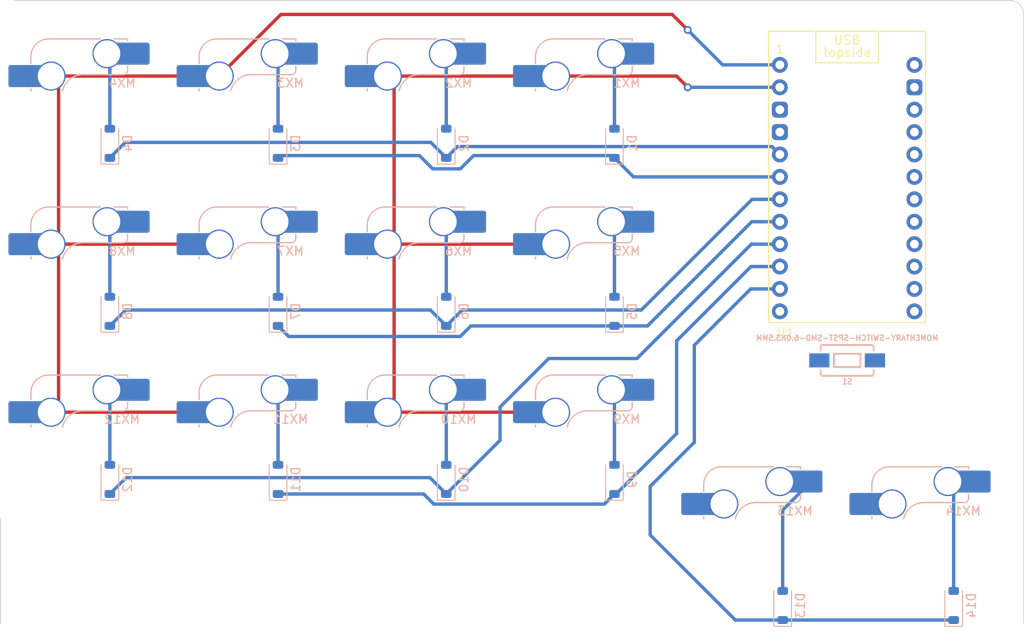
<source format=kicad_pcb>
(kicad_pcb (version 20221018) (generator pcbnew)
  (layers (0 "F.Cu" signal) (31 "B.Cu" signal) (34 "B.Paste" user) (35 "F.Paste" user) (36 "B.SilkS" user "B.Silkscreen") (37 "F.SilkS" user "F.Silkscreen") (38 "B.Mask" user) (39 "F.Mask" user) (44 "Edge.Cuts" user))
  (net 0 "")
  (net 1 "ROW0")
  (net 2 "Net-(D1-A)")
  (net 3 "ROW1")
  (net 4 "Net-(D2-A)")
  (net 5 "Net-(D3-A)")
  (net 6 "Net-(D4-A)")
  (net 7 "ROW2")
  (net 8 "Net-(D5-A)")
  (net 9 "ROW3")
  (net 10 "Net-(D6-A)")
  (net 11 "Net-(D7-A)")
  (net 12 "Net-(D8-A)")
  (net 13 "ROW4")
  (net 14 "Net-(D9-A)")
  (net 15 "ROW5")
  (net 16 "Net-(D10-A)")
  (net 17 "Net-(D11-A)")
  (net 18 "Net-(D12-A)")
  (net 19 "ROW6")
  (net 20 "Net-(D13-A)")
  (net 21 "Net-(D14-A)")
  (net 22 "GND")
  (net 23 "COL0")
  (net 24 "COL1")
  (net 25 "Net-(U1-RST)")
  (footprint "marbastlib-xp-promicroish:ProMicro_USBup" (layer "F.Cu") (at 194.31 83.185)
    (fp_text reference "U1" (at -7 16.4 unlocked) (layer "F.SilkS"))
    (fp_text value "ProMicro")
    (fp_text user "1" (at -7.62 -15.17) (layer "F.SilkS") (effects (justify bottom)))
    (fp_text user "USB" (at 0 -16.2 unlocked) (layer "F.SilkS") (effects (justify bottom)))
    (fp_text user "topside" (at 0 -14.8 unlocked) (layer "F.SilkS") (effects (justify bottom)))
    (pad "1" thru_hole circle (at -7.62 -13.97) (size 1.8 1.8) (drill 1) (layers "*.Cu" "B.Mask") (net 24 "COL1"))
    (pad "2" thru_hole circle (at -7.62 -11.43) (size 1.8 1.8) (drill 1) (layers "*.Cu" "B.Mask") (net 23 "COL0"))
    (pad "3" thru_hole roundrect (at -7.62 -8.89) (size 1.8 1.8) (drill 1) (layers "*.Cu" "B.Mask") (net 22 "GND"))
    (pad "4" thru_hole roundrect (at -7.62 -6.35) (size 1.8 1.8) (drill 1) (layers "*.Cu" "B.Mask") (net 22 "GND"))
    (pad "5" thru_hole circle (at -7.62 -3.81) (size 1.8 1.8) (drill 1) (layers "*.Cu" "B.Mask") (net 3 "ROW1"))
    (pad "6" thru_hole circle (at -7.62 -1.27) (size 1.8 1.8) (drill 1) (layers "*.Cu" "B.Mask") (net 1 "ROW0"))
    (pad "7" thru_hole circle (at -7.62 1.27) (size 1.8 1.8) (drill 1) (layers "*.Cu" "B.Mask") (net 9 "ROW3"))
    (pad "8" thru_hole circle (at -7.62 3.81) (size 1.8 1.8) (drill 1) (layers "*.Cu" "B.Mask") (net 7 "ROW2"))
    (pad "9" thru_hole circle (at -7.62 6.35) (size 1.8 1.8) (drill 1) (layers "*.Cu" "B.Mask") (net 15 "ROW5"))
    (pad "10" thru_hole circle (at -7.62 8.89) (size 1.8 1.8) (drill 1) (layers "*.Cu" "B.Mask") (net 13 "ROW4"))
    (pad "11" thru_hole circle (at -7.62 11.43) (size 1.8 1.8) (drill 1) (layers "*.Cu" "B.Mask") (net 19 "ROW6"))
    (pad "12" thru_hole circle (at -7.62 13.97) (size 1.8 1.8) (drill 1) (layers "*.Cu" "B.Mask"))
    (pad "13" thru_hole circle (at 7.62 -13.97) (size 1.8 1.8) (drill 1) (layers "*.Cu" "B.Mask"))
    (pad "14" thru_hole roundrect (at 7.62 -11.43) (size 1.8 1.8) (drill 1) (layers "*.Cu" "B.Mask") (net 22 "GND"))
    (pad "15" thru_hole circle (at 7.62 -8.89) (size 1.8 1.8) (drill 1) (layers "*.Cu" "B.Mask") (net 25 "Net-(U1-RST)"))
    (pad "16" thru_hole circle (at 7.62 -6.35) (size 1.8 1.8) (drill 1) (layers "*.Cu" "B.Mask"))
    (pad "17" thru_hole circle (at 7.62 -3.81) (size 1.8 1.8) (drill 1) (layers "*.Cu" "B.Mask"))
    (pad "18" thru_hole circle (at 7.62 -1.27) (size 1.8 1.8) (drill 1) (layers "*.Cu" "B.Mask"))
    (pad "19" thru_hole circle (at 7.62 1.27) (size 1.8 1.8) (drill 1) (layers "*.Cu" "B.Mask"))
    (pad "20" thru_hole circle (at 7.62 3.81) (size 1.8 1.8) (drill 1) (layers "*.Cu" "B.Mask"))
    (pad "21" thru_hole circle (at 7.62 6.35) (size 1.8 1.8) (drill 1) (layers "*.Cu" "B.Mask"))
    (pad "22" thru_hole circle (at 7.62 8.89) (size 1.8 1.8) (drill 1) (layers "*.Cu" "B.Mask"))
    (pad "23" thru_hole circle (at 7.62 11.43) (size 1.8 1.8) (drill 1) (layers "*.Cu" "B.Mask"))
    (pad "24" thru_hole circle (at 7.62 13.97) (size 1.8 1.8) (drill 1) (layers "*.Cu" "B.Mask"))
  )
  (footprint "marbastlib-mx:SW_MX_HS_1u" (layer "B.Cu") (at 107.95 73.025 180)
    (fp_text reference "MX4" (at -4.25 1.75) (layer "B.SilkS") (effects (justify mirror)))
    (fp_text value "MX_SW_HS" hide)
    (pad "" np_thru_hole circle (at -5.08 0 180) (size 1.75 1.75) (drill 1.75) (layers "*.Cu" "*.Mask"))
    (pad "" np_thru_hole circle (at 0 0 180) (size 3.9878 3.9878) (drill 3.9878) (layers "*.Cu" "*.Mask"))
    (pad "" np_thru_hole circle (at 5.08 0 180) (size 1.75 1.75) (drill 1.75) (layers "*.Cu" "*.Mask"))
    (pad "1" thru_hole circle (at 3.81 2.54 180) (size 3.3 3.3) (drill 3) (layers "*.Cu" "*.Mask") (net 24 "COL1"))
    (pad "1" smd rect (at 5.635 2.54) (size 1.65 2.5) (layers "B.Cu") (net 24 "COL1"))
    (pad "1" smd roundrect (at 7.36 2.54 180) (size 2.55 2.5) (layers "B.Cu" "B.Paste" "B.Mask") (roundrect_rratio 0.1) (net 24 "COL1"))
    (pad "2" smd roundrect (at -6.09 5.08 180) (size 2.55 2.5) (layers "B.Cu" "B.Paste" "B.Mask") (roundrect_rratio 0.1) (net 6 "Net-(D4-A)"))
    (pad "2" smd rect (at -4.34 5.08 180) (size 1.65 2.5) (layers "B.Cu") (net 6 "Net-(D4-A)"))
    (pad "2" thru_hole circle (at -2.54 5.08 180) (size 3.3 3.3) (drill 3) (layers "*.Cu" "*.Mask") (net 6 "Net-(D4-A)"))
  )
  (footprint "Diode_SMD:D_SOD-123" (layer "B.Cu") (at 148.9075 78.105 90)
    (fp_text reference "D2" (at 0 2 90) (layer "B.SilkS") (effects (justify mirror)))
    (fp_text value "1N4148W")
    (pad "1" smd roundrect (at -1.65 0 90) (size 0.9 1.2) (layers "B.Cu" "B.Paste" "B.Mask") (net 3 "ROW1"))
    (pad "2" smd roundrect (at 1.65 0 90) (size 0.9 1.2) (layers "B.Cu" "B.Paste" "B.Mask") (net 4 "Net-(D2-A)"))
  )
  (footprint "marbastlib-mx:SW_MX_HS_1u" (layer "B.Cu") (at 107.95 111.125 180)
    (fp_text reference "MX12" (at -4.25 1.75) (layer "B.SilkS") (effects (justify mirror)))
    (fp_text value "MX_SW_HS" hide)
    (pad "" np_thru_hole circle (at -5.08 0 180) (size 1.75 1.75) (drill 1.75) (layers "*.Cu" "*.Mask"))
    (pad "" np_thru_hole circle (at 0 0 180) (size 3.9878 3.9878) (drill 3.9878) (layers "*.Cu" "*.Mask"))
    (pad "" np_thru_hole circle (at 5.08 0 180) (size 1.75 1.75) (drill 1.75) (layers "*.Cu" "*.Mask"))
    (pad "1" thru_hole circle (at 3.81 2.54 180) (size 3.3 3.3) (drill 3) (layers "*.Cu" "*.Mask") (net 24 "COL1"))
    (pad "1" smd rect (at 5.635 2.54) (size 1.65 2.5) (layers "B.Cu") (net 24 "COL1"))
    (pad "1" smd roundrect (at 7.36 2.54 180) (size 2.55 2.5) (layers "B.Cu" "B.Paste" "B.Mask") (roundrect_rratio 0.1) (net 24 "COL1"))
    (pad "2" smd roundrect (at -6.09 5.08 180) (size 2.55 2.5) (layers "B.Cu" "B.Paste" "B.Mask") (roundrect_rratio 0.1) (net 18 "Net-(D12-A)"))
    (pad "2" smd rect (at -4.34 5.08 180) (size 1.65 2.5) (layers "B.Cu") (net 18 "Net-(D12-A)"))
    (pad "2" thru_hole circle (at -2.54 5.08 180) (size 3.3 3.3) (drill 3) (layers "*.Cu" "*.Mask") (net 18 "Net-(D12-A)"))
  )
  (footprint "marbastlib-mx:SW_MX_HS_1u" (layer "B.Cu") (at 127 92.075 180)
    (fp_text reference "MX7" (at -4.25 1.75) (layer "B.SilkS") (effects (justify mirror)))
    (fp_text value "MX_SW_HS" hide)
    (pad "" np_thru_hole circle (at -5.08 0 180) (size 1.75 1.75) (drill 1.75) (layers "*.Cu" "*.Mask"))
    (pad "" np_thru_hole circle (at 0 0 180) (size 3.9878 3.9878) (drill 3.9878) (layers "*.Cu" "*.Mask"))
    (pad "" np_thru_hole circle (at 5.08 0 180) (size 1.75 1.75) (drill 1.75) (layers "*.Cu" "*.Mask"))
    (pad "1" thru_hole circle (at 3.81 2.54 180) (size 3.3 3.3) (drill 3) (layers "*.Cu" "*.Mask") (net 24 "COL1"))
    (pad "1" smd rect (at 5.635 2.54) (size 1.65 2.5) (layers "B.Cu") (net 24 "COL1"))
    (pad "1" smd roundrect (at 7.36 2.54 180) (size 2.55 2.5) (layers "B.Cu" "B.Paste" "B.Mask") (roundrect_rratio 0.1) (net 24 "COL1"))
    (pad "2" smd roundrect (at -6.09 5.08 180) (size 2.55 2.5) (layers "B.Cu" "B.Paste" "B.Mask") (roundrect_rratio 0.1) (net 11 "Net-(D7-A)"))
    (pad "2" smd rect (at -4.34 5.08 180) (size 1.65 2.5) (layers "B.Cu") (net 11 "Net-(D7-A)"))
    (pad "2" thru_hole circle (at -2.54 5.08 180) (size 3.3 3.3) (drill 3) (layers "*.Cu" "*.Mask") (net 11 "Net-(D7-A)"))
  )
  (footprint "Diode_SMD:D_SOD-123" (layer "B.Cu") (at 148.9075 116.205 90)
    (fp_text reference "D10" (at 0 2 90) (layer "B.SilkS") (effects (justify mirror)))
    (fp_text value "1N4148W")
    (pad "1" smd roundrect (at -1.65 0 90) (size 0.9 1.2) (layers "B.Cu" "B.Paste" "B.Mask") (net 15 "ROW5"))
    (pad "2" smd roundrect (at 1.65 0 90) (size 0.9 1.2) (layers "B.Cu" "B.Paste" "B.Mask") (net 16 "Net-(D10-A)"))
  )
  (footprint "marbastlib-mx:SW_MX_HS_1u" (layer "B.Cu") (at 165.1 111.125 180)
    (fp_text reference "MX9" (at -4.25 1.75) (layer "B.SilkS") (effects (justify mirror)))
    (fp_text value "MX_SW_HS" hide)
    (pad "" np_thru_hole circle (at -5.08 0 180) (size 1.75 1.75) (drill 1.75) (layers "*.Cu" "*.Mask"))
    (pad "" np_thru_hole circle (at 0 0 180) (size 3.9878 3.9878) (drill 3.9878) (layers "*.Cu" "*.Mask"))
    (pad "" np_thru_hole circle (at 5.08 0 180) (size 1.75 1.75) (drill 1.75) (layers "*.Cu" "*.Mask"))
    (pad "1" thru_hole circle (at 3.81 2.54 180) (size 3.3 3.3) (drill 3) (layers "*.Cu" "*.Mask") (net 23 "COL0"))
    (pad "1" smd rect (at 5.635 2.54) (size 1.65 2.5) (layers "B.Cu") (net 23 "COL0"))
    (pad "1" smd roundrect (at 7.36 2.54 180) (size 2.55 2.5) (layers "B.Cu" "B.Paste" "B.Mask") (roundrect_rratio 0.1) (net 23 "COL0"))
    (pad "2" smd roundrect (at -6.09 5.08 180) (size 2.55 2.5) (layers "B.Cu" "B.Paste" "B.Mask") (roundrect_rratio 0.1) (net 14 "Net-(D9-A)"))
    (pad "2" smd rect (at -4.34 5.08 180) (size 1.65 2.5) (layers "B.Cu") (net 14 "Net-(D9-A)"))
    (pad "2" thru_hole circle (at -2.54 5.08 180) (size 3.3 3.3) (drill 3) (layers "*.Cu" "*.Mask") (net 14 "Net-(D9-A)"))
  )
  (footprint "marbastlib-mx:SW_MX_HS_1u" (layer "B.Cu") (at 165.1 92.075 180)
    (fp_text reference "MX5" (at -4.25 1.75) (layer "B.SilkS") (effects (justify mirror)))
    (fp_text value "MX_SW_HS" hide)
    (pad "" np_thru_hole circle (at -5.08 0 180) (size 1.75 1.75) (drill 1.75) (layers "*.Cu" "*.Mask"))
    (pad "" np_thru_hole circle (at 0 0 180) (size 3.9878 3.9878) (drill 3.9878) (layers "*.Cu" "*.Mask"))
    (pad "" np_thru_hole circle (at 5.08 0 180) (size 1.75 1.75) (drill 1.75) (layers "*.Cu" "*.Mask"))
    (pad "1" thru_hole circle (at 3.81 2.54 180) (size 3.3 3.3) (drill 3) (layers "*.Cu" "*.Mask") (net 23 "COL0"))
    (pad "1" smd rect (at 5.635 2.54) (size 1.65 2.5) (layers "B.Cu") (net 23 "COL0"))
    (pad "1" smd roundrect (at 7.36 2.54 180) (size 2.55 2.5) (layers "B.Cu" "B.Paste" "B.Mask") (roundrect_rratio 0.1) (net 23 "COL0"))
    (pad "2" smd roundrect (at -6.09 5.08 180) (size 2.55 2.5) (layers "B.Cu" "B.Paste" "B.Mask") (roundrect_rratio 0.1) (net 8 "Net-(D5-A)"))
    (pad "2" smd rect (at -4.34 5.08 180) (size 1.65 2.5) (layers "B.Cu") (net 8 "Net-(D5-A)"))
    (pad "2" thru_hole circle (at -2.54 5.08 180) (size 3.3 3.3) (drill 3) (layers "*.Cu" "*.Mask") (net 8 "Net-(D5-A)"))
  )
  (footprint "marbastlib-mx:SW_MX_HS_1u" (layer "B.Cu") (at 127 73.025 180)
    (fp_text reference "MX3" (at -4.25 1.75) (layer "B.SilkS") (effects (justify mirror)))
    (fp_text value "MX_SW_HS" hide)
    (pad "" np_thru_hole circle (at -5.08 0 180) (size 1.75 1.75) (drill 1.75) (layers "*.Cu" "*.Mask"))
    (pad "" np_thru_hole circle (at 0 0 180) (size 3.9878 3.9878) (drill 3.9878) (layers "*.Cu" "*.Mask"))
    (pad "" np_thru_hole circle (at 5.08 0 180) (size 1.75 1.75) (drill 1.75) (layers "*.Cu" "*.Mask"))
    (pad "1" thru_hole circle (at 3.81 2.54 180) (size 3.3 3.3) (drill 3) (layers "*.Cu" "*.Mask") (net 24 "COL1"))
    (pad "1" smd rect (at 5.635 2.54) (size 1.65 2.5) (layers "B.Cu") (net 24 "COL1"))
    (pad "1" smd roundrect (at 7.36 2.54 180) (size 2.55 2.5) (layers "B.Cu" "B.Paste" "B.Mask") (roundrect_rratio 0.1) (net 24 "COL1"))
    (pad "2" smd roundrect (at -6.09 5.08 180) (size 2.55 2.5) (layers "B.Cu" "B.Paste" "B.Mask") (roundrect_rratio 0.1) (net 5 "Net-(D3-A)"))
    (pad "2" smd rect (at -4.34 5.08 180) (size 1.65 2.5) (layers "B.Cu") (net 5 "Net-(D3-A)"))
    (pad "2" thru_hole circle (at -2.54 5.08 180) (size 3.3 3.3) (drill 3) (layers "*.Cu" "*.Mask") (net 5 "Net-(D3-A)"))
  )
  (footprint "Diode_SMD:D_SOD-123" (layer "B.Cu") (at 167.9575 116.205 90)
    (fp_text reference "D9" (at 0 2 90) (layer "B.SilkS") (effects (justify mirror)))
    (fp_text value "1N4148W")
    (pad "1" smd roundrect (at -1.65 0 90) (size 0.9 1.2) (layers "B.Cu" "B.Paste" "B.Mask") (net 13 "ROW4"))
    (pad "2" smd roundrect (at 1.65 0 90) (size 0.9 1.2) (layers "B.Cu" "B.Paste" "B.Mask") (net 14 "Net-(D9-A)"))
  )
  (footprint "marbastlib-mx:SW_MX_HS_1u" (layer "B.Cu") (at 146.05 111.125 180)
    (fp_text reference "MX10" (at -4.25 1.75) (layer "B.SilkS") (effects (justify mirror)))
    (fp_text value "MX_SW_HS" hide)
    (pad "" np_thru_hole circle (at -5.08 0 180) (size 1.75 1.75) (drill 1.75) (layers "*.Cu" "*.Mask"))
    (pad "" np_thru_hole circle (at 0 0 180) (size 3.9878 3.9878) (drill 3.9878) (layers "*.Cu" "*.Mask"))
    (pad "" np_thru_hole circle (at 5.08 0 180) (size 1.75 1.75) (drill 1.75) (layers "*.Cu" "*.Mask"))
    (pad "1" thru_hole circle (at 3.81 2.54 180) (size 3.3 3.3) (drill 3) (layers "*.Cu" "*.Mask") (net 23 "COL0"))
    (pad "1" smd rect (at 5.635 2.54) (size 1.65 2.5) (layers "B.Cu") (net 23 "COL0"))
    (pad "1" smd roundrect (at 7.36 2.54 180) (size 2.55 2.5) (layers "B.Cu" "B.Paste" "B.Mask") (roundrect_rratio 0.1) (net 23 "COL0"))
    (pad "2" smd roundrect (at -6.09 5.08 180) (size 2.55 2.5) (layers "B.Cu" "B.Paste" "B.Mask") (roundrect_rratio 0.1) (net 16 "Net-(D10-A)"))
    (pad "2" smd rect (at -4.34 5.08 180) (size 1.65 2.5) (layers "B.Cu") (net 16 "Net-(D10-A)"))
    (pad "2" thru_hole circle (at -2.54 5.08 180) (size 3.3 3.3) (drill 3) (layers "*.Cu" "*.Mask") (net 16 "Net-(D10-A)"))
  )
  (footprint "marbastlib-mx:SW_MX_HS_1u" (layer "B.Cu") (at 146.05 92.075 180)
    (fp_text reference "MX6" (at -4.25 1.75) (layer "B.SilkS") (effects (justify mirror)))
    (fp_text value "MX_SW_HS" hide)
    (pad "" np_thru_hole circle (at -5.08 0 180) (size 1.75 1.75) (drill 1.75) (layers "*.Cu" "*.Mask"))
    (pad "" np_thru_hole circle (at 0 0 180) (size 3.9878 3.9878) (drill 3.9878) (layers "*.Cu" "*.Mask"))
    (pad "" np_thru_hole circle (at 5.08 0 180) (size 1.75 1.75) (drill 1.75) (layers "*.Cu" "*.Mask"))
    (pad "1" thru_hole circle (at 3.81 2.54 180) (size 3.3 3.3) (drill 3) (layers "*.Cu" "*.Mask") (net 23 "COL0"))
    (pad "1" smd rect (at 5.635 2.54) (size 1.65 2.5) (layers "B.Cu") (net 23 "COL0"))
    (pad "1" smd roundrect (at 7.36 2.54 180) (size 2.55 2.5) (layers "B.Cu" "B.Paste" "B.Mask") (roundrect_rratio 0.1) (net 23 "COL0"))
    (pad "2" smd roundrect (at -6.09 5.08 180) (size 2.55 2.5) (layers "B.Cu" "B.Paste" "B.Mask") (roundrect_rratio 0.1) (net 10 "Net-(D6-A)"))
    (pad "2" smd rect (at -4.34 5.08 180) (size 1.65 2.5) (layers "B.Cu") (net 10 "Net-(D6-A)"))
    (pad "2" thru_hole circle (at -2.54 5.08 180) (size 3.3 3.3) (drill 3) (layers "*.Cu" "*.Mask") (net 10 "Net-(D6-A)"))
  )
  (footprint "Diode_SMD:D_SOD-123" (layer "B.Cu") (at 206.375 130.4925 90)
    (fp_text reference "D14" (at 0 2 90) (layer "B.SilkS") (effects (justify mirror)))
    (fp_text value "1N4148W")
    (pad "1" smd roundrect (at -1.65 0 90) (size 0.9 1.2) (layers "B.Cu" "B.Paste" "B.Mask") (net 19 "ROW6"))
    (pad "2" smd roundrect (at 1.65 0 90) (size 0.9 1.2) (layers "B.Cu" "B.Paste" "B.Mask") (net 21 "Net-(D14-A)"))
  )
  (footprint "Diode_SMD:D_SOD-123" (layer "B.Cu") (at 167.9575 78.105 90)
    (fp_text reference "D1" (at 0 2 90) (layer "B.SilkS") (effects (justify mirror)))
    (fp_text value "1N4148W")
    (pad "1" smd roundrect (at -1.65 0 90) (size 0.9 1.2) (layers "B.Cu" "B.Paste" "B.Mask") (net 1 "ROW0"))
    (pad "2" smd roundrect (at 1.65 0 90) (size 0.9 1.2) (layers "B.Cu" "B.Paste" "B.Mask") (net 2 "Net-(D1-A)"))
  )
  (footprint "Diode_SMD:D_SOD-123" (layer "B.Cu") (at 129.8575 116.205 90)
    (fp_text reference "D11" (at 0 2 90) (layer "B.SilkS") (effects (justify mirror)))
    (fp_text value "1N4148W")
    (pad "1" smd roundrect (at -1.65 0 90) (size 0.9 1.2) (layers "B.Cu" "B.Paste" "B.Mask") (net 13 "ROW4"))
    (pad "2" smd roundrect (at 1.65 0 90) (size 0.9 1.2) (layers "B.Cu" "B.Paste" "B.Mask") (net 17 "Net-(D11-A)"))
  )
  (footprint "marbastlib-mx:SW_MX_HS_1u" (layer "B.Cu") (at 203.2 121.525 180)
    (fp_text reference "MX14" (at -4.25 1.75) (layer "B.SilkS") (effects (justify mirror)))
    (fp_text value "MX_SW_HS" hide)
    (pad "" np_thru_hole circle (at -5.08 0 180) (size 1.75 1.75) (drill 1.75) (layers "*.Cu" "*.Mask"))
    (pad "" np_thru_hole circle (at 0 0 180) (size 3.9878 3.9878) (drill 3.9878) (layers "*.Cu" "*.Mask"))
    (pad "" np_thru_hole circle (at 5.08 0 180) (size 1.75 1.75) (drill 1.75) (layers "*.Cu" "*.Mask"))
    (pad "1" thru_hole circle (at 3.81 2.54 180) (size 3.3 3.3) (drill 3) (layers "*.Cu" "*.Mask") (net 24 "COL1"))
    (pad "1" smd rect (at 5.635 2.54) (size 1.65 2.5) (layers "B.Cu") (net 24 "COL1"))
    (pad "1" smd roundrect (at 7.36 2.54 180) (size 2.55 2.5) (layers "B.Cu" "B.Paste" "B.Mask") (roundrect_rratio 0.1) (net 24 "COL1"))
    (pad "2" smd roundrect (at -6.09 5.08 180) (size 2.55 2.5) (layers "B.Cu" "B.Paste" "B.Mask") (roundrect_rratio 0.1) (net 21 "Net-(D14-A)"))
    (pad "2" smd rect (at -4.34 5.08 180) (size 1.65 2.5) (layers "B.Cu") (net 21 "Net-(D14-A)"))
    (pad "2" thru_hole circle (at -2.54 5.08 180) (size 3.3 3.3) (drill 3) (layers "*.Cu" "*.Mask") (net 21 "Net-(D14-A)"))
  )
  (footprint "Diode_SMD:D_SOD-123" (layer "B.Cu") (at 129.8575 78.105 90)
    (fp_text reference "D3" (at 0 2 90) (layer "B.SilkS") (effects (justify mirror)))
    (fp_text value "1N4148W")
    (pad "1" smd roundrect (at -1.65 0 90) (size 0.9 1.2) (layers "B.Cu" "B.Paste" "B.Mask") (net 1 "ROW0"))
    (pad "2" smd roundrect (at 1.65 0 90) (size 0.9 1.2) (layers "B.Cu" "B.Paste" "B.Mask") (net 5 "Net-(D3-A)"))
  )
  (footprint "Diode_SMD:D_SOD-123" (layer "B.Cu") (at 110.8075 97.155 90)
    (fp_text reference "D8" (at 0 2 90) (layer "B.SilkS") (effects (justify mirror)))
    (fp_text value "1N4148W")
    (pad "1" smd roundrect (at -1.65 0 90) (size 0.9 1.2) (layers "B.Cu" "B.Paste" "B.Mask") (net 9 "ROW3"))
    (pad "2" smd roundrect (at 1.65 0 90) (size 0.9 1.2) (layers "B.Cu" "B.Paste" "B.Mask") (net 12 "Net-(D8-A)"))
  )
  (footprint "Diode_SMD:D_SOD-123" (layer "B.Cu") (at 129.8575 97.155 90)
    (fp_text reference "D7" (at 0 2 90) (layer "B.SilkS") (effects (justify mirror)))
    (fp_text value "1N4148W")
    (pad "1" smd roundrect (at -1.65 0 90) (size 0.9 1.2) (layers "B.Cu" "B.Paste" "B.Mask") (net 7 "ROW2"))
    (pad "2" smd roundrect (at 1.65 0 90) (size 0.9 1.2) (layers "B.Cu" "B.Paste" "B.Mask") (net 11 "Net-(D7-A)"))
  )
  (footprint "Diode_SMD:D_SOD-123" (layer "B.Cu") (at 167.9575 97.155 90)
    (fp_text reference "D5" (at 0 2 90) (layer "B.SilkS") (effects (justify mirror)))
    (fp_text value "1N4148W")
    (pad "1" smd roundrect (at -1.65 0 90) (size 0.9 1.2) (layers "B.Cu" "B.Paste" "B.Mask") (net 7 "ROW2"))
    (pad "2" smd roundrect (at 1.65 0 90) (size 0.9 1.2) (layers "B.Cu" "B.Paste" "B.Mask") (net 8 "Net-(D5-A)"))
  )
  (footprint "marbastlib-mx:SW_MX_HS_1u" (layer "B.Cu") (at 107.95 92.075 180)
    (fp_text reference "MX8" (at -4.25 1.75) (layer "B.SilkS") (effects (justify mirror)))
    (fp_text value "MX_SW_HS" hide)
    (pad "" np_thru_hole circle (at -5.08 0 180) (size 1.75 1.75) (drill 1.75) (layers "*.Cu" "*.Mask"))
    (pad "" np_thru_hole circle (at 0 0 180) (size 3.9878 3.9878) (drill 3.9878) (layers "*.Cu" "*.Mask"))
    (pad "" np_thru_hole circle (at 5.08 0 180) (size 1.75 1.75) (drill 1.75) (layers "*.Cu" "*.Mask"))
    (pad "1" thru_hole circle (at 3.81 2.54 180) (size 3.3 3.3) (drill 3) (layers "*.Cu" "*.Mask") (net 24 "COL1"))
    (pad "1" smd rect (at 5.635 2.54) (size 1.65 2.5) (layers "B.Cu") (net 24 "COL1"))
    (pad "1" smd roundrect (at 7.36 2.54 180) (size 2.55 2.5) (layers "B.Cu" "B.Paste" "B.Mask") (roundrect_rratio 0.1) (net 24 "COL1"))
    (pad "2" smd roundrect (at -6.09 5.08 180) (size 2.55 2.5) (layers "B.Cu" "B.Paste" "B.Mask") (roundrect_rratio 0.1) (net 12 "Net-(D8-A)"))
    (pad "2" smd rect (at -4.34 5.08 180) (size 1.65 2.5) (layers "B.Cu") (net 12 "Net-(D8-A)"))
    (pad "2" thru_hole circle (at -2.54 5.08 180) (size 3.3 3.3) (drill 3) (layers "*.Cu" "*.Mask") (net 12 "Net-(D8-A)"))
  )
  (footprint "marbastlib-mx:SW_MX_HS_1u" (layer "B.Cu") (at 184.15 121.525 180)
    (fp_text reference "MX13" (at -4.25 1.75) (layer "B.SilkS") (effects (justify mirror)))
    (fp_text value "MX_SW_HS" hide)
    (pad "" np_thru_hole circle (at -5.08 0 180) (size 1.75 1.75) (drill 1.75) (layers "*.Cu" "*.Mask"))
    (pad "" np_thru_hole circle (at 0 0 180) (size 3.9878 3.9878) (drill 3.9878) (layers "*.Cu" "*.Mask"))
    (pad "" np_thru_hole circle (at 5.08 0 180) (size 1.75 1.75) (drill 1.75) (layers "*.Cu" "*.Mask"))
    (pad "1" thru_hole circle (at 3.81 2.54 180) (size 3.3 3.3) (drill 3) (layers "*.Cu" "*.Mask") (net 24 "COL1"))
    (pad "1" smd rect (at 5.635 2.54) (size 1.65 2.5) (layers "B.Cu") (net 24 "COL1"))
    (pad "1" smd roundrect (at 7.36 2.54 180) (size 2.55 2.5) (layers "B.Cu" "B.Paste" "B.Mask") (roundrect_rratio 0.1) (net 24 "COL1"))
    (pad "2" smd roundrect (at -6.09 5.08 180) (size 2.55 2.5) (layers "B.Cu" "B.Paste" "B.Mask") (roundrect_rratio 0.1) (net 20 "Net-(D13-A)"))
    (pad "2" smd rect (at -4.34 5.08 180) (size 1.65 2.5) (layers "B.Cu") (net 20 "Net-(D13-A)"))
    (pad "2" thru_hole circle (at -2.54 5.08 180) (size 3.3 3.3) (drill 3) (layers "*.Cu" "*.Mask") (net 20 "Net-(D13-A)"))
  )
  (footprint "Diode_SMD:D_SOD-123" (layer "B.Cu") (at 110.8075 116.205 90)
    (fp_text reference "D12" (at 0 2 90) (layer "B.SilkS") (effects (justify mirror)))
    (fp_text value "1N4148W")
    (pad "1" smd roundrect (at -1.65 0 90) (size 0.9 1.2) (layers "B.Cu" "B.Paste" "B.Mask") (net 15 "ROW5"))
    (pad "2" smd roundrect (at 1.65 0 90) (size 0.9 1.2) (layers "B.Cu" "B.Paste" "B.Mask") (net 18 "Net-(D12-A)"))
  )
  (footprint "Diode_SMD:D_SOD-123" (layer "B.Cu") (at 110.8075 78.105 90)
    (fp_text reference "D4" (at 0 2 90) (layer "B.SilkS") (effects (justify mirror)))
    (fp_text value "1N4148W")
    (pad "1" smd roundrect (at -1.65 0 90) (size 0.9 1.2) (layers "B.Cu" "B.Paste" "B.Mask") (net 3 "ROW1"))
    (pad "2" smd roundrect (at 1.65 0 90) (size 0.9 1.2) (layers "B.Cu" "B.Paste" "B.Mask") (net 6 "Net-(D4-A)"))
  )
  (footprint "marbastlib-mx:SW_MX_HS_1u" (layer "B.Cu") (at 146.05 73.025 180)
    (fp_text reference "MX2" (at -4.25 1.75) (layer "B.SilkS") (effects (justify mirror)))
    (fp_text value "MX_SW_HS" hide)
    (pad "" np_thru_hole circle (at -5.08 0 180) (size 1.75 1.75) (drill 1.75) (layers "*.Cu" "*.Mask"))
    (pad "" np_thru_hole circle (at 0 0 180) (size 3.9878 3.9878) (drill 3.9878) (layers "*.Cu" "*.Mask"))
    (pad "" np_thru_hole circle (at 5.08 0 180) (size 1.75 1.75) (drill 1.75) (layers "*.Cu" "*.Mask"))
    (pad "1" thru_hole circle (at 3.81 2.54 180) (size 3.3 3.3) (drill 3) (layers "*.Cu" "*.Mask") (net 23 "COL0"))
    (pad "1" smd rect (at 5.635 2.54) (size 1.65 2.5) (layers "B.Cu") (net 23 "COL0"))
    (pad "1" smd roundrect (at 7.36 2.54 180) (size 2.55 2.5) (layers "B.Cu" "B.Paste" "B.Mask") (roundrect_rratio 0.1) (net 23 "COL0"))
    (pad "2" smd roundrect (at -6.09 5.08 180) (size 2.55 2.5) (layers "B.Cu" "B.Paste" "B.Mask") (roundrect_rratio 0.1) (net 4 "Net-(D2-A)"))
    (pad "2" smd rect (at -4.34 5.08 180) (size 1.65 2.5) (layers "B.Cu") (net 4 "Net-(D2-A)"))
    (pad "2" thru_hole circle (at -2.54 5.08 180) (size 3.3 3.3) (drill 3) (layers "*.Cu" "*.Mask") (net 4 "Net-(D2-A)"))
  )
  (footprint "Diode_SMD:D_SOD-123" (layer "B.Cu") (at 148.9075 97.155 90)
    (fp_text reference "D6" (at 0 2 90) (layer "B.SilkS") (effects (justify mirror)))
    (fp_text value "1N4148W")
    (pad "1" smd roundrect (at -1.65 0 90) (size 0.9 1.2) (layers "B.Cu" "B.Paste" "B.Mask") (net 9 "ROW3"))
    (pad "2" smd roundrect (at 1.65 0 90) (size 0.9 1.2) (layers "B.Cu" "B.Paste" "B.Mask") (net 10 "Net-(D6-A)"))
  )
  (footprint "marbastlib-mx:SW_MX_HS_1u" (layer "B.Cu") (at 165.1 73.025 180)
    (fp_text reference "MX1" (at -4.25 1.75) (layer "B.SilkS") (effects (justify mirror)))
    (fp_text value "MX_SW_HS" hide)
    (pad "" np_thru_hole circle (at -5.08 0 180) (size 1.75 1.75) (drill 1.75) (layers "*.Cu" "*.Mask"))
    (pad "" np_thru_hole circle (at 0 0 180) (size 3.9878 3.9878) (drill 3.9878) (layers "*.Cu" "*.Mask"))
    (pad "" np_thru_hole circle (at 5.08 0 180) (size 1.75 1.75) (drill 1.75) (layers "*.Cu" "*.Mask"))
    (pad "1" thru_hole circle (at 3.81 2.54 180) (size 3.3 3.3) (drill 3) (layers "*.Cu" "*.Mask") (net 23 "COL0"))
    (pad "1" smd rect (at 5.635 2.54) (size 1.65 2.5) (layers "B.Cu") (net 23 "COL0"))
    (pad "1" smd roundrect (at 7.36 2.54 180) (size 2.55 2.5) (layers "B.Cu" "B.Paste" "B.Mask") (roundrect_rratio 0.1) (net 23 "COL0"))
    (pad "2" smd roundrect (at -6.09 5.08 180) (size 2.55 2.5) (layers "B.Cu" "B.Paste" "B.Mask") (roundrect_rratio 0.1) (net 2 "Net-(D1-A)"))
    (pad "2" smd rect (at -4.34 5.08 180) (size 1.65 2.5) (layers "B.Cu") (net 2 "Net-(D1-A)"))
    (pad "2" thru_hole circle (at -2.54 5.08 180) (size 3.3 3.3) (drill 3) (layers "*.Cu" "*.Mask") (net 2 "Net-(D1-A)"))
  )
  (footprint "Diode_SMD:D_SOD-123" (layer "B.Cu") (at 187.0075 130.4925 90)
    (fp_text reference "D13" (at 0 2 90) (layer "B.SilkS") (effects (justify mirror)))
    (fp_text value "1N4148W")
    (pad "1" smd roundrect (at -1.65 0 90) (size 0.9 1.2) (layers "B.Cu" "B.Paste" "B.Mask") (net 19 "ROW6"))
    (pad "2" smd roundrect (at 1.65 0 90) (size 0.9 1.2) (layers "B.Cu" "B.Paste" "B.Mask") (net 20 "Net-(D13-A)"))
  )
  (footprint "Switches:TACTILE_SWITCH_SMD_6.0X3.5MM" (layer "B.Cu") (at 194.31 102.71125)
    (fp_text reference "S1" (at 0 2.413 180) (layer "B.SilkS") (effects (font (size 0.6096 0.6096) (thickness 0.127)) (justify mirror)))
    (fp_text value "MOMENTARY-SWITCH-SPST-SMD-6.0X3.5MM" (at 0 -2.54 180) (layer "B.SilkS") (effects (font (size 0.6096 0.6096) (thickness 0.127)) (justify mirror)))
    (pad "1" smd rect (at -3.1496 0 180) (size 2.2987 1.59766) (layers "B.Cu" "B.Paste" "B.Mask") (net 22 "GND"))
    (pad "2" smd rect (at 3.1496 0 180) (size 2.2987 1.59766) (layers "B.Cu" "B.Paste" "B.Mask") (net 25 "Net-(U1-RST)"))
  )
  (footprint "marbastlib-mx:SW_MX_HS_1u" (layer "B.Cu") (at 127 111.125 180)
    (fp_text reference "MX11" (at -4.25 1.75) (layer "B.SilkS") (effects (justify mirror)))
    (fp_text value "MX_SW_HS" hide)
    (pad "" np_thru_hole circle (at -5.08 0 180) (size 1.75 1.75) (drill 1.75) (layers "*.Cu" "*.Mask"))
    (pad "" np_thru_hole circle (at 0 0 180) (size 3.9878 3.9878) (drill 3.9878) (layers "*.Cu" "*.Mask"))
    (pad "" np_thru_hole circle (at 5.08 0 180) (size 1.75 1.75) (drill 1.75) (layers "*.Cu" "*.Mask"))
    (pad "1" thru_hole circle (at 3.81 2.54 180) (size 3.3 3.3) (drill 3) (layers "*.Cu" "*.Mask") (net 24 "COL1"))
    (pad "1" smd rect (at 5.635 2.54) (size 1.65 2.5) (layers "B.Cu") (net 24 "COL1"))
    (pad "1" smd roundrect (at 7.36 2.54 180) (size 2.55 2.5) (layers "B.Cu" "B.Paste" "B.Mask") (roundrect_rratio 0.1) (net 24 "COL1"))
    (pad "2" smd roundrect (at -6.09 5.08 180) (size 2.55 2.5) (layers "B.Cu" "B.Paste" "B.Mask") (roundrect_rratio 0.1) (net 17 "Net-(D11-A)"))
    (pad "2" smd rect (at -4.34 5.08 180) (size 1.65 2.5) (layers "B.Cu") (net 17 "Net-(D11-A)"))
    (pad "2" thru_hole circle (at -2.54 5.08 180) (size 3.3 3.3) (drill 3) (layers "*.Cu" "*.Mask") (net 17 "Net-(D11-A)"))
  )
  (gr_arc (start 212.725 61.9125) (mid 213.847532 62.377468) (end 214.3125 63.5) (stroke (width 0.1)) (layer "Edge.Cuts"))
  (gr_line (start 100.0125 61.9125) (end 212.725 61.9125) (stroke (width 0.1)) (layer "Edge.Cuts"))
  (gr_line (start 98.425 132.55625) (end 98.425 120.65) (stroke (width 0.1)) (layer "Edge.Cuts"))
  (gr_line (start 214.3125 132.55625) (end 214.3125 63.5) (stroke (width 0.1)) (layer "Edge.Cuts"))
  (segment (start 145.8775 79.5) (end 147.3775 81) (width 0.381) (layer "B.Cu") (net 1))
  (segment (start 152 79.5) (end 167.7025 79.5) (width 0.381) (layer "B.Cu") (net 1))
  (segment (start 167.9575 79.755) (end 170.1175 81.915) (width 0.381) (layer "B.Cu") (net 1))
  (segment (start 129.8575 79.5) (end 145.8775 79.5) (width 0.381) (layer "B.Cu") (net 1))
  (segment (start 147.3775 81) (end 150.5 81) (width 0.381) (layer "B.Cu") (net 1))
  (segment (start 167.7025 79.5) (end 167.9575 79.755) (width 0.381) (layer "B.Cu") (net 1))
  (segment (start 170.1175 81.915) (end 186.69 81.915) (width 0.381) (layer "B.Cu") (net 1))
  (segment (start 150.5 81) (end 152 79.5) (width 0.381) (layer "B.Cu") (net 1))
  (segment (start 167.9575 69.4275) (end 167.9575 76.455) (width 0.381) (layer "B.Cu") (net 2))
  (segment (start 169.44 67.945) (end 167.9575 69.4275) (width 0.381) (layer "B.Cu") (net 2))
  (segment (start 150.1875 78.475) (end 185.79 78.475) (width 0.381) (layer "B.Cu") (net 3))
  (segment (start 147.1525 78) (end 148.9075 79.755) (width 0.381) (layer "B.Cu") (net 3))
  (segment (start 185.79 78.475) (end 186.69 79.375) (width 0.381) (layer "B.Cu") (net 3))
  (segment (start 148.9075 79.755) (end 150.1875 78.475) (width 0.381) (layer "B.Cu") (net 3))
  (segment (start 110.8075 79.755) (end 112.5625 78) (width 0.381) (layer "B.Cu") (net 3))
  (segment (start 112.5625 78) (end 147.1525 78) (width 0.381) (layer "B.Cu") (net 3))
  (segment (start 150.39 67.945) (end 148.9075 69.4275) (width 0.381) (layer "B.Cu") (net 4))
  (segment (start 148.9075 69.4275) (end 148.9075 76.455) (width 0.381) (layer "B.Cu") (net 4))
  (segment (start 131.34 67.945) (end 129.8575 69.4275) (width 0.381) (layer "B.Cu") (net 5))
  (segment (start 129.8575 69.4275) (end 129.8575 76.455) (width 0.381) (layer "B.Cu") (net 5))
  (segment (start 110.8075 69.4275) (end 110.8075 76.455) (width 0.381) (layer "B.Cu") (net 6))
  (segment (start 112.29 67.945) (end 110.8075 69.4275) (width 0.381) (layer "B.Cu") (net 6))
  (segment (start 183.505 86.995) (end 186.69 86.995) (width 0.381) (layer "B.Cu") (net 7))
  (segment (start 167.9575 98.805) (end 151.695 98.805) (width 0.381) (layer "B.Cu") (net 7))
  (segment (start 151.695 98.805) (end 150.5 100) (width 0.381) (layer "B.Cu") (net 7))
  (segment (start 129.8575 98.805) (end 131.0525 100) (width 0.381) (layer "B.Cu") (net 7))
  (segment (start 131.0525 100) (end 150.5 100) (width 0.381) (layer "B.Cu") (net 7))
  (segment (start 167.9575 98.805) (end 171.695 98.805) (width 0.381) (layer "B.Cu") (net 7))
  (segment (start 171.695 98.805) (end 183.505 86.995) (width 0.381) (layer "B.Cu") (net 7))
  (segment (start 167.9575 88.4775) (end 167.9575 95.505) (width 0.381) (layer "B.Cu") (net 8))
  (segment (start 169.44 86.995) (end 167.9575 88.4775) (width 0.381) (layer "B.Cu") (net 8))
  (segment (start 147.1025 97) (end 148.9075 98.805) (width 0.381) (layer "B.Cu") (net 9))
  (segment (start 110.8075 98.805) (end 112.6125 97) (width 0.381) (layer "B.Cu") (net 9))
  (segment (start 171 97) (end 183.545 84.455) (width 0.381) (layer "B.Cu") (net 9))
  (segment (start 183.545 84.455) (end 186.69 84.455) (width 0.381) (layer "B.Cu") (net 9))
  (segment (start 148.9075 98.805) (end 150.7125 97) (width 0.381) (layer "B.Cu") (net 9))
  (segment (start 112.6125 97) (end 147.1025 97) (width 0.381) (layer "B.Cu") (net 9))
  (segment (start 150.7125 97) (end 171 97) (width 0.381) (layer "B.Cu") (net 9))
  (segment (start 148.9075 88.4775) (end 148.9075 95.505) (width 0.381) (layer "B.Cu") (net 10))
  (segment (start 150.39 86.995) (end 148.9075 88.4775) (width 0.381) (layer "B.Cu") (net 10))
  (segment (start 129.8575 88.4775) (end 129.8575 95.505) (width 0.381) (layer "B.Cu") (net 11))
  (segment (start 131.34 86.995) (end 129.8575 88.4775) (width 0.381) (layer "B.Cu") (net 11))
  (segment (start 112.29 86.995) (end 110.8075 88.4775) (width 0.381) (layer "B.Cu") (net 12))
  (segment (start 110.8075 88.4775) (end 110.8075 95.505) (width 0.381) (layer "B.Cu") (net 12))
  (segment (start 168.145 117.855) (end 175 111) (width 0.381) (layer "B.Cu") (net 13))
  (segment (start 146.355 117.855) (end 147.5 119) (width 0.381) (layer "B.Cu") (net 13))
  (segment (start 167.9575 117.855) (end 168.145 117.855) (width 0.381) (layer "B.Cu") (net 13))
  (segment (start 166.8125 119) (end 167.9575 117.855) (width 0.381) (layer "B.Cu") (net 13))
  (segment (start 129.8575 117.855) (end 146.355 117.855) (width 0.381) (layer "B.Cu") (net 13))
  (segment (start 175 111) (end 175 100.5) (width 0.381) (layer "B.Cu") (net 13))
  (segment (start 147.5 119) (end 166.8125 119) (width 0.381) (layer "B.Cu") (net 13))
  (segment (start 175 100.5) (end 183.425 92.075) (width 0.381) (layer "B.Cu") (net 13))
  (segment (start 183.425 92.075) (end 186.69 92.075) (width 0.381) (layer "B.Cu") (net 13))
  (segment (start 167.9575 107.5275) (end 167.9575 114.555) (width 0.381) (layer "B.Cu") (net 14))
  (segment (start 169.44 106.045) (end 167.9575 107.5275) (width 0.381) (layer "B.Cu") (net 14))
  (segment (start 183.5 89.5) (end 183.535 89.535) (width 0.381) (layer "B.Cu") (net 15))
  (segment (start 160.5 102.5) (end 170.5 102.5) (width 0.381) (layer "B.Cu") (net 15))
  (segment (start 183.535 89.535) (end 186.69 89.535) (width 0.381) (layer "B.Cu") (net 15))
  (segment (start 110.8075 117.855) (end 112.6625 116) (width 0.381) (layer "B.Cu") (net 15))
  (segment (start 155 108) (end 160.5 102.5) (width 0.381) (layer "B.Cu") (net 15))
  (segment (start 170.5 102.5) (end 183.5 89.5) (width 0.381) (layer "B.Cu") (net 15))
  (segment (start 112.6625 116) (end 147.0525 116) (width 0.381) (layer "B.Cu") (net 15))
  (segment (start 155 111.7625) (end 155 108) (width 0.381) (layer "B.Cu") (net 15))
  (segment (start 148.9075 117.855) (end 155 111.7625) (width 0.381) (layer "B.Cu") (net 15))
  (segment (start 147.0525 116) (end 148.9075 117.855) (width 0.381) (layer "B.Cu") (net 15))
  (segment (start 148.9075 107.5275) (end 148.9075 114.555) (width 0.381) (layer "B.Cu") (net 16))
  (segment (start 150.39 106.045) (end 148.9075 107.5275) (width 0.381) (layer "B.Cu") (net 16))
  (segment (start 129.8575 107.5275) (end 129.8575 114.555) (width 0.381) (layer "B.Cu") (net 17))
  (segment (start 131.34 106.045) (end 129.8575 107.5275) (width 0.381) (layer "B.Cu") (net 17))
  (segment (start 110.8075 107.5275) (end 110.8075 114.555) (width 0.381) (layer "B.Cu") (net 18))
  (segment (start 112.29 106.045) (end 110.8075 107.5275) (width 0.381) (layer "B.Cu") (net 18))
  (segment (start 177 112) (end 177 101) (width 0.381) (layer "B.Cu") (net 19))
  (segment (start 183.385 94.615) (end 186.69 94.615) (width 0.381) (layer "B.Cu") (net 19))
  (segment (start 177 101) (end 183.385 94.615) (width 0.381) (layer "B.Cu") (net 19))
  (segment (start 181.6425 132.1425) (end 172 122.5) (width 0.381) (layer "B.Cu") (net 19))
  (segment (start 187.0075 132.1425) (end 181.6425 132.1425) (width 0.381) (layer "B.Cu") (net 19))
  (segment (start 172 122.5) (end 172 117) (width 0.381) (layer "B.Cu") (net 19))
  (segment (start 172 117) (end 177 112) (width 0.381) (layer "B.Cu") (net 19))
  (segment (start 187.0075 132.1425) (end 206.375 132.1425) (width 0.381) (layer "B.Cu") (net 19))
  (segment (start 187.0075 119.6775) (end 187.0075 128.8425) (width 0.381) (layer "B.Cu") (net 20))
  (segment (start 190.24 116.445) (end 187.0075 119.6775) (width 0.381) (layer "B.Cu") (net 20))
  (segment (start 187.0075 117.9275) (end 188.49 116.445) (width 0.25) (layer "B.Cu") (net 20))
  (segment (start 207.54 116.445) (end 206.375 117.61) (width 0.25) (layer "B.Cu") (net 21))
  (segment (start 206.375 117.61) (end 206.375 128.8425) (width 0.381) (layer "B.Cu") (net 21))
  (segment (start 143 71.245) (end 142.24 70.485) (width 0.381) (layer "F.Cu") (net 23))
  (segment (start 174.985 70.485) (end 161.29 70.485) (width 0.381) (layer "F.Cu") (net 23))
  (segment (start 142.24 108.585) (end 143 107.825) (width 0.381) (layer "F.Cu") (net 23))
  (segment (start 161.29 89.535) (end 142.24 89.535) (width 0.381) (layer "F.Cu") (net 23))
  (segment (start 143 90.295) (end 142.24 89.535) (width 0.381) (layer "F.Cu") (net 23))
  (segment (start 161.29 70.485) (end 142.24 70.485) (width 0.381) (layer "F.Cu") (net 23))
  (segment (start 176.255 71.755) (end 174.985 70.485) (width 0.381) (layer "F.Cu") (net 23))
  (segment (start 143 107.825) (end 143 90.295) (width 0.381) (layer "F.Cu") (net 23))
  (segment (start 143 88.775) (end 143 71.245) (width 0.381) (layer "F.Cu") (net 23))
  (segment (start 161.29 108.585) (end 142.24 108.585) (width 0.381) (layer "F.Cu") (net 23))
  (segment (start 142.24 89.535) (end 143 88.775) (width 0.381) (layer "F.Cu") (net 23))
  (via (at 176.255 71.755) (size 0.9) (drill 0.5) (layers "F.Cu" "B.Cu") (net 23))
  (segment (start 176.255 71.755) (end 186.69 71.755) (width 0.381) (layer "B.Cu") (net 23))
  (segment (start 104.14 70.485) (end 123.19 70.485) (width 0.381) (layer "F.Cu") (net 24))
  (segment (start 104.14 70.485) (end 105 71.345) (width 0.381) (layer "F.Cu") (net 24))
  (segment (start 105 88.675) (end 104.14 89.535) (width 0.381) (layer "F.Cu") (net 24))
  (segment (start 123.19 89.535) (end 104.14 89.535) (width 0.381) (layer "F.Cu") (net 24))
  (segment (start 123.19 108.585) (end 104.14 108.585) (width 0.381) (layer "F.Cu") (net 24))
  (segment (start 130.175 63.5) (end 123.19 70.485) (width 0.381) (layer "F.Cu") (net 24))
  (segment (start 176.25 65.25) (end 174.5 63.5) (width 0.381) (layer "F.Cu") (net 24))
  (segment (start 105 90.395) (end 104.14 89.535) (width 0.381) (layer "F.Cu") (net 24))
  (segment (start 104.14 108.585) (end 105 107.725) (width 0.381) (layer "F.Cu") (net 24))
  (segment (start 105 107.725) (end 105 90.395) (width 0.381) (layer "F.Cu") (net 24))
  (segment (start 105 71.345) (end 105 88.675) (width 0.381) (layer "F.Cu") (net 24))
  (segment (start 174.5 63.5) (end 130.175 63.5) (width 0.381) (layer "F.Cu") (net 24))
  (via (at 176.25 65.25) (size 0.9) (drill 0.5) (layers "F.Cu" "B.Cu") (net 24))
  (segment (start 180.215 69.215) (end 186.69 69.215) (width 0.381) (layer "B.Cu") (net 24))
  (segment (start 176.25 65.25) (end 180.215 69.215) (width 0.381) (layer "B.Cu") (net 24))
)
</source>
